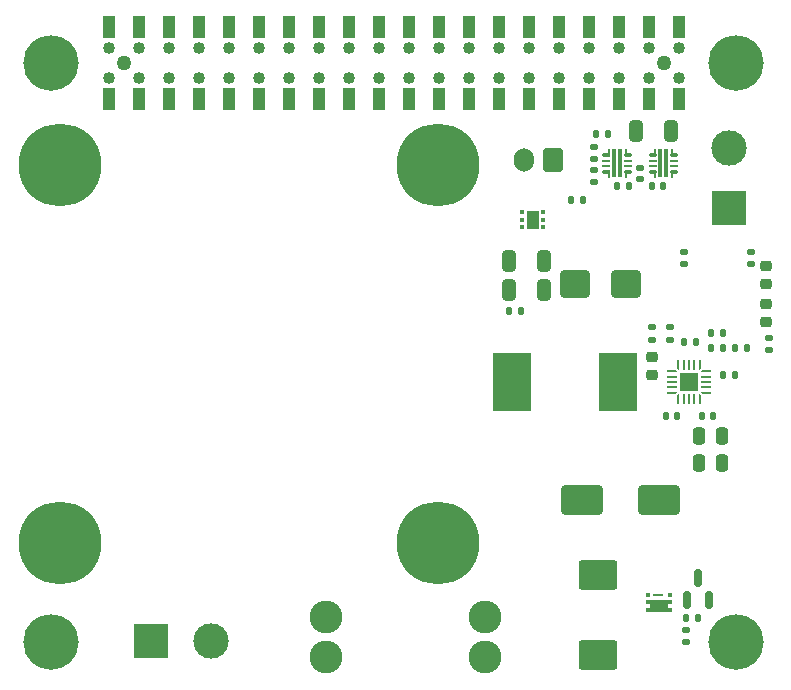
<source format=gbr>
%TF.GenerationSoftware,KiCad,Pcbnew,8.0.6*%
%TF.CreationDate,2024-12-15T12:06:58-06:00*%
%TF.ProjectId,ElectriPi,456c6563-7472-4695-9069-2e6b69636164,rev?*%
%TF.SameCoordinates,PX514cfd0PY31d4590*%
%TF.FileFunction,Soldermask,Top*%
%TF.FilePolarity,Negative*%
%FSLAX46Y46*%
G04 Gerber Fmt 4.6, Leading zero omitted, Abs format (unit mm)*
G04 Created by KiCad (PCBNEW 8.0.6) date 2024-12-15 12:06:58*
%MOMM*%
%LPD*%
G01*
G04 APERTURE LIST*
G04 Aperture macros list*
%AMRoundRect*
0 Rectangle with rounded corners*
0 $1 Rounding radius*
0 $2 $3 $4 $5 $6 $7 $8 $9 X,Y pos of 4 corners*
0 Add a 4 corners polygon primitive as box body*
4,1,4,$2,$3,$4,$5,$6,$7,$8,$9,$2,$3,0*
0 Add four circle primitives for the rounded corners*
1,1,$1+$1,$2,$3*
1,1,$1+$1,$4,$5*
1,1,$1+$1,$6,$7*
1,1,$1+$1,$8,$9*
0 Add four rect primitives between the rounded corners*
20,1,$1+$1,$2,$3,$4,$5,0*
20,1,$1+$1,$4,$5,$6,$7,0*
20,1,$1+$1,$6,$7,$8,$9,0*
20,1,$1+$1,$8,$9,$2,$3,0*%
%AMFreePoly0*
4,1,15,1.100000,0.175000,0.750000,0.175000,0.750000,-0.175000,1.100000,-0.175000,1.100000,-0.475000,0.750000,-0.475000,-0.750000,-0.475000,-1.100000,-0.475000,-1.100000,-0.175000,-0.750000,-0.175000,-0.750000,0.175000,-1.100000,0.175000,-1.100000,0.475000,1.100000,0.475000,1.100000,0.175000,1.100000,0.175000,$1*%
%AMFreePoly1*
4,1,14,0.289644,0.110355,0.410355,-0.010356,0.425000,-0.045711,0.425000,-0.075000,0.410355,-0.110355,0.375000,-0.125000,-0.375000,-0.125000,-0.410355,-0.110355,-0.425000,-0.075000,-0.425000,0.075000,-0.410355,0.110355,-0.375000,0.125000,0.254289,0.125000,0.289644,0.110355,0.289644,0.110355,$1*%
%AMFreePoly2*
4,1,14,0.410355,0.110355,0.425000,0.075000,0.425000,0.045711,0.410355,0.010356,0.289644,-0.110355,0.254289,-0.125000,-0.375000,-0.125000,-0.410355,-0.110355,-0.425000,-0.075000,-0.425000,0.075000,-0.410355,0.110355,-0.375000,0.125000,0.375000,0.125000,0.410355,0.110355,0.410355,0.110355,$1*%
%AMFreePoly3*
4,1,14,0.110355,0.410355,0.125000,0.375000,0.125000,-0.375000,0.110355,-0.410355,0.075000,-0.425000,-0.075000,-0.425000,-0.110355,-0.410355,-0.125000,-0.375000,-0.125000,0.254289,-0.110355,0.289644,0.010356,0.410355,0.045711,0.425000,0.075000,0.425000,0.110355,0.410355,0.110355,0.410355,$1*%
%AMFreePoly4*
4,1,14,-0.010356,0.410355,0.110355,0.289644,0.125000,0.254289,0.125000,-0.375000,0.110355,-0.410355,0.075000,-0.425000,-0.075000,-0.425000,-0.110355,-0.410355,-0.125000,-0.375000,-0.125000,0.375000,-0.110355,0.410355,-0.075000,0.425000,-0.045711,0.425000,-0.010356,0.410355,-0.010356,0.410355,$1*%
%AMFreePoly5*
4,1,14,0.410355,0.110355,0.425000,0.075000,0.425000,-0.075000,0.410355,-0.110355,0.375000,-0.125000,-0.254289,-0.125000,-0.289644,-0.110355,-0.410355,0.010356,-0.425000,0.045711,-0.425000,0.075000,-0.410355,0.110355,-0.375000,0.125000,0.375000,0.125000,0.410355,0.110355,0.410355,0.110355,$1*%
%AMFreePoly6*
4,1,14,0.410355,0.110355,0.425000,0.075000,0.425000,-0.075000,0.410355,-0.110355,0.375000,-0.125000,-0.375000,-0.125000,-0.410355,-0.110355,-0.425000,-0.075000,-0.425000,-0.045711,-0.410355,-0.010356,-0.289644,0.110355,-0.254289,0.125000,0.375000,0.125000,0.410355,0.110355,0.410355,0.110355,$1*%
%AMFreePoly7*
4,1,14,0.110355,0.410355,0.125000,0.375000,0.125000,-0.254289,0.110355,-0.289644,-0.010356,-0.410355,-0.045711,-0.425000,-0.075000,-0.425000,-0.110355,-0.410355,-0.125000,-0.375000,-0.125000,0.375000,-0.110355,0.410355,-0.075000,0.425000,0.075000,0.425000,0.110355,0.410355,0.110355,0.410355,$1*%
%AMFreePoly8*
4,1,14,0.110355,0.410355,0.125000,0.375000,0.125000,-0.375000,0.110355,-0.410355,0.075000,-0.425000,0.045711,-0.425000,0.010356,-0.410355,-0.110355,-0.289644,-0.125000,-0.254289,-0.125000,0.375000,-0.110355,0.410355,-0.075000,0.425000,0.075000,0.425000,0.110355,0.410355,0.110355,0.410355,$1*%
G04 Aperture macros list end*
%ADD10RoundRect,0.135000X-0.135000X-0.185000X0.135000X-0.185000X0.135000X0.185000X-0.135000X0.185000X0*%
%ADD11RoundRect,0.150000X0.150000X-0.587500X0.150000X0.587500X-0.150000X0.587500X-0.150000X-0.587500X0*%
%ADD12RoundRect,0.140000X0.170000X-0.140000X0.170000X0.140000X-0.170000X0.140000X-0.170000X-0.140000X0*%
%ADD13RoundRect,0.140000X0.140000X0.170000X-0.140000X0.170000X-0.140000X-0.170000X0.140000X-0.170000X0*%
%ADD14RoundRect,0.050000X0.250000X-0.100000X0.250000X0.100000X-0.250000X0.100000X-0.250000X-0.100000X0*%
%ADD15RoundRect,0.050000X0.075000X0.275000X-0.075000X0.275000X-0.075000X-0.275000X0.075000X-0.275000X0*%
%ADD16RoundRect,0.050000X0.250000X-0.075000X0.250000X0.075000X-0.250000X0.075000X-0.250000X-0.075000X0*%
%ADD17RoundRect,0.050000X0.100000X-1.150000X0.100000X1.150000X-0.100000X1.150000X-0.100000X-1.150000X0*%
%ADD18RoundRect,0.135000X-0.185000X0.135000X-0.185000X-0.135000X0.185000X-0.135000X0.185000X0.135000X0*%
%ADD19C,4.700000*%
%ADD20RoundRect,0.093750X-0.093750X-0.106250X0.093750X-0.106250X0.093750X0.106250X-0.093750X0.106250X0*%
%ADD21R,1.000000X1.600000*%
%ADD22RoundRect,0.135000X0.135000X0.185000X-0.135000X0.185000X-0.135000X-0.185000X0.135000X-0.185000X0*%
%ADD23R,3.000000X3.000000*%
%ADD24C,3.000000*%
%ADD25RoundRect,0.050000X-0.250000X0.100000X-0.250000X-0.100000X0.250000X-0.100000X0.250000X0.100000X0*%
%ADD26RoundRect,0.050000X-0.075000X-0.275000X0.075000X-0.275000X0.075000X0.275000X-0.075000X0.275000X0*%
%ADD27RoundRect,0.050000X-0.250000X0.075000X-0.250000X-0.075000X0.250000X-0.075000X0.250000X0.075000X0*%
%ADD28RoundRect,0.050000X-0.100000X1.150000X-0.100000X-1.150000X0.100000X-1.150000X0.100000X1.150000X0*%
%ADD29RoundRect,0.225000X0.250000X-0.225000X0.250000X0.225000X-0.250000X0.225000X-0.250000X-0.225000X0*%
%ADD30RoundRect,0.250000X0.325000X0.650000X-0.325000X0.650000X-0.325000X-0.650000X0.325000X-0.650000X0*%
%ADD31FreePoly0,180.000000*%
%ADD32R,0.350000X0.300000*%
%ADD33R,0.870000X0.235000*%
%ADD34RoundRect,0.135000X0.185000X-0.135000X0.185000X0.135000X-0.185000X0.135000X-0.185000X-0.135000X0*%
%ADD35RoundRect,0.250000X-1.400000X-1.000000X1.400000X-1.000000X1.400000X1.000000X-1.400000X1.000000X0*%
%ADD36RoundRect,0.140000X-0.140000X-0.170000X0.140000X-0.170000X0.140000X0.170000X-0.140000X0.170000X0*%
%ADD37RoundRect,0.250000X-0.325000X-0.650000X0.325000X-0.650000X0.325000X0.650000X-0.325000X0.650000X0*%
%ADD38FreePoly1,90.000000*%
%ADD39RoundRect,0.062500X0.062500X-0.362500X0.062500X0.362500X-0.062500X0.362500X-0.062500X-0.362500X0*%
%ADD40FreePoly2,90.000000*%
%ADD41FreePoly3,90.000000*%
%ADD42RoundRect,0.062500X0.362500X-0.062500X0.362500X0.062500X-0.362500X0.062500X-0.362500X-0.062500X0*%
%ADD43FreePoly4,90.000000*%
%ADD44FreePoly5,90.000000*%
%ADD45FreePoly6,90.000000*%
%ADD46FreePoly7,90.000000*%
%ADD47FreePoly8,90.000000*%
%ADD48R,1.600000X1.600000*%
%ADD49C,1.020000*%
%ADD50C,1.270000*%
%ADD51R,1.020000X1.905000*%
%ADD52C,2.780000*%
%ADD53RoundRect,0.250000X1.500000X1.000000X-1.500000X1.000000X-1.500000X-1.000000X1.500000X-1.000000X0*%
%ADD54RoundRect,0.250000X0.600000X0.750000X-0.600000X0.750000X-0.600000X-0.750000X0.600000X-0.750000X0*%
%ADD55O,1.700000X2.000000*%
%ADD56RoundRect,0.250000X-0.250000X-0.475000X0.250000X-0.475000X0.250000X0.475000X-0.250000X0.475000X0*%
%ADD57RoundRect,0.218750X-0.256250X0.218750X-0.256250X-0.218750X0.256250X-0.218750X0.256250X0.218750X0*%
%ADD58C,7.000000*%
%ADD59RoundRect,0.218750X0.256250X-0.218750X0.256250X0.218750X-0.256250X0.218750X-0.256250X-0.218750X0*%
%ADD60R,3.175000X4.950000*%
%ADD61RoundRect,0.250000X1.000000X0.900000X-1.000000X0.900000X-1.000000X-0.900000X1.000000X-0.900000X0*%
G04 APERTURE END LIST*
D10*
%TO.C,R11*%
X59340000Y-27350000D03*
X60360000Y-27350000D03*
%TD*%
D11*
%TO.C,D4*%
X57300000Y-49937500D03*
X59200000Y-49937500D03*
X58250000Y-48062500D03*
%TD*%
D12*
%TO.C,C9*%
X53350000Y-14310000D03*
X53350000Y-13350000D03*
%TD*%
D13*
%TO.C,C8*%
X56480000Y-34400000D03*
X55520000Y-34400000D03*
%TD*%
D14*
%TO.C,U4*%
X56200000Y-13700000D03*
D15*
X56025000Y-13875000D03*
D16*
X56200000Y-13225000D03*
X56200000Y-12775000D03*
D14*
X56200000Y-12300000D03*
D15*
X56025000Y-12125000D03*
D17*
X55550000Y-13000000D03*
X55050000Y-13000000D03*
D15*
X54575000Y-12125000D03*
D14*
X54400000Y-12300000D03*
D16*
X54400000Y-12775000D03*
X54400000Y-13225000D03*
D15*
X54575000Y-13875000D03*
D14*
X54400000Y-13700000D03*
%TD*%
D18*
%TO.C,R13*%
X57100000Y-20490000D03*
X57100000Y-21510000D03*
%TD*%
D19*
%TO.C,H2*%
X3500000Y-4500000D03*
%TD*%
D20*
%TO.C,U3*%
X43362500Y-17100000D03*
X43362500Y-17750000D03*
X43362500Y-18400000D03*
X45137500Y-18400000D03*
X45137500Y-17750000D03*
X45137500Y-17100000D03*
D21*
X44250000Y-17750000D03*
%TD*%
D22*
%TO.C,R10*%
X48510000Y-16100000D03*
X47490000Y-16100000D03*
%TD*%
D23*
%TO.C,J1*%
X11960000Y-53400000D03*
D24*
X17040000Y-53400000D03*
%TD*%
D25*
%TO.C,U1*%
X50500000Y-12300000D03*
D26*
X50675000Y-12125000D03*
D27*
X50500000Y-12775000D03*
X50500000Y-13225000D03*
D25*
X50500000Y-13700000D03*
D26*
X50675000Y-13875000D03*
D28*
X51150000Y-13000000D03*
X51650000Y-13000000D03*
D26*
X52125000Y-13875000D03*
D25*
X52300000Y-13700000D03*
D27*
X52300000Y-13225000D03*
X52300000Y-12775000D03*
D26*
X52125000Y-12125000D03*
D25*
X52300000Y-12300000D03*
%TD*%
D29*
%TO.C,C3*%
X54350000Y-30925000D03*
X54350000Y-29375000D03*
%TD*%
D10*
%TO.C,R14*%
X57090000Y-28100000D03*
X58110000Y-28100000D03*
%TD*%
D30*
%TO.C,C5*%
X45225000Y-21250000D03*
X42275000Y-21250000D03*
%TD*%
D31*
%TO.C,Q1*%
X54925000Y-50475000D03*
D32*
X55850000Y-49500000D03*
D33*
X54885000Y-49500000D03*
D32*
X54000000Y-49500000D03*
%TD*%
D34*
%TO.C,R3*%
X57250000Y-53510000D03*
X57250000Y-52490000D03*
%TD*%
D35*
%TO.C,D1*%
X49750000Y-47850000D03*
X49750000Y-54650000D03*
%TD*%
D10*
%TO.C,R1*%
X61390000Y-28650000D03*
X62410000Y-28650000D03*
%TD*%
D36*
%TO.C,C6*%
X58600000Y-34400000D03*
X59560000Y-34400000D03*
%TD*%
D37*
%TO.C,C12*%
X53025000Y-10250000D03*
X55975000Y-10250000D03*
%TD*%
D34*
%TO.C,R5*%
X55850000Y-27910000D03*
X55850000Y-26890000D03*
%TD*%
D38*
%TO.C,IC2*%
X56600000Y-32950000D03*
D39*
X57050000Y-32950000D03*
X57500000Y-32950000D03*
X57950000Y-32950000D03*
D40*
X58400000Y-32950000D03*
D41*
X58950000Y-32400000D03*
D42*
X58950000Y-31950000D03*
X58950000Y-31500000D03*
X58950000Y-31050000D03*
D43*
X58950000Y-30600000D03*
D44*
X58400000Y-30050000D03*
D39*
X57950000Y-30050000D03*
X57500000Y-30050000D03*
X57050000Y-30050000D03*
D45*
X56600000Y-30050000D03*
D46*
X56050000Y-30600000D03*
D42*
X56050000Y-31050000D03*
X56050000Y-31500000D03*
X56050000Y-31950000D03*
D47*
X56050000Y-32400000D03*
D48*
X57500000Y-31500000D03*
%TD*%
D22*
%TO.C,R12*%
X61360000Y-30900000D03*
X60340000Y-30900000D03*
%TD*%
D49*
%TO.C,J6*%
X8370000Y-5770000D03*
X10910000Y-5770000D03*
X13450000Y-5770000D03*
X15990000Y-5770000D03*
X18530000Y-5770000D03*
X21070000Y-5770000D03*
X23610000Y-5770000D03*
X26150000Y-5770000D03*
X28690000Y-5770000D03*
X31230000Y-5770000D03*
X33770000Y-5770000D03*
X36310000Y-5770000D03*
X38850000Y-5770000D03*
X41390000Y-5770000D03*
X43930000Y-5770000D03*
X46470000Y-5770000D03*
X49010000Y-5770000D03*
X51550000Y-5770000D03*
X54090000Y-5770000D03*
X56630000Y-5770000D03*
D50*
X9640000Y-4500000D03*
X55360000Y-4500000D03*
D49*
X8370000Y-3230000D03*
X10910000Y-3230000D03*
X13450000Y-3230000D03*
X15990000Y-3230000D03*
X18530000Y-3230000D03*
X21070000Y-3230000D03*
X23610000Y-3230000D03*
X26150000Y-3230000D03*
X28690000Y-3230000D03*
X31230000Y-3230000D03*
X33770000Y-3230000D03*
X36310000Y-3230000D03*
X38850000Y-3230000D03*
X41390000Y-3230000D03*
X43930000Y-3230000D03*
X46470000Y-3230000D03*
X49010000Y-3230000D03*
X51550000Y-3230000D03*
X54090000Y-3230000D03*
X56630000Y-3230000D03*
D51*
X8370000Y-7548000D03*
X8370000Y-1452000D03*
X10910000Y-7548000D03*
X10910000Y-1452000D03*
X13450000Y-7548000D03*
X13450000Y-1452000D03*
X15990000Y-7548000D03*
X15990000Y-1452000D03*
X18530000Y-7548000D03*
X18530000Y-1452000D03*
X21070000Y-7548000D03*
X21070000Y-1452000D03*
X23610000Y-7548000D03*
X23610000Y-1452000D03*
X26150000Y-7548000D03*
X26150000Y-1452000D03*
X28690000Y-7548000D03*
X28690000Y-1452000D03*
X31230000Y-7548000D03*
X31230000Y-1452000D03*
X33770000Y-7548000D03*
X33770000Y-1452000D03*
X36310000Y-7548000D03*
X36310000Y-1452000D03*
X38850000Y-7548000D03*
X38850000Y-1452000D03*
X41390000Y-7548000D03*
X41390000Y-1452000D03*
X43930000Y-7548000D03*
X43930000Y-1452000D03*
X46470000Y-7548000D03*
X46470000Y-1452000D03*
X49010000Y-7548000D03*
X49010000Y-1452000D03*
X51550000Y-7548000D03*
X51550000Y-1452000D03*
X54090000Y-7548000D03*
X54090000Y-1452000D03*
X56630000Y-7548000D03*
X56630000Y-1452000D03*
%TD*%
D30*
%TO.C,C4*%
X45225000Y-23750000D03*
X42275000Y-23750000D03*
%TD*%
D13*
%TO.C,C11*%
X55280000Y-14950000D03*
X54320000Y-14950000D03*
%TD*%
D34*
%TO.C,R6*%
X62700000Y-21510000D03*
X62700000Y-20490000D03*
%TD*%
D52*
%TO.C,F1*%
X26740000Y-51400000D03*
X26740000Y-54800000D03*
X40240000Y-51400000D03*
X40240000Y-54800000D03*
%TD*%
D53*
%TO.C,C18*%
X54950000Y-41500000D03*
X48450000Y-41500000D03*
%TD*%
D54*
%TO.C,J3*%
X46000000Y-12700000D03*
D55*
X43500000Y-12700000D03*
%TD*%
D18*
%TO.C,R9*%
X49450000Y-13540000D03*
X49450000Y-14560000D03*
%TD*%
D56*
%TO.C,C1*%
X58350000Y-36100000D03*
X60250000Y-36100000D03*
%TD*%
D18*
%TO.C,R2*%
X49450000Y-11590000D03*
X49450000Y-12610000D03*
%TD*%
D19*
%TO.C,H3*%
X61500000Y-4500000D03*
%TD*%
D13*
%TO.C,C7*%
X43230000Y-25500000D03*
X42270000Y-25500000D03*
%TD*%
D18*
%TO.C,R4*%
X54350000Y-26890000D03*
X54350000Y-27910000D03*
%TD*%
D56*
%TO.C,C2*%
X58350000Y-38350000D03*
X60250000Y-38350000D03*
%TD*%
D57*
%TO.C,D5*%
X64000000Y-24872500D03*
X64000000Y-26447500D03*
%TD*%
D58*
%TO.C,U2*%
X4250000Y-13100000D03*
X36250000Y-13100000D03*
X4250000Y-45100000D03*
X36250000Y-45100000D03*
%TD*%
D36*
%TO.C,C10*%
X51420000Y-14950000D03*
X52380000Y-14950000D03*
%TD*%
D59*
%TO.C,D3*%
X64000000Y-23247500D03*
X64000000Y-21672500D03*
%TD*%
D60*
%TO.C,L1*%
X51507500Y-31500000D03*
X42492500Y-31500000D03*
%TD*%
D18*
%TO.C,R8*%
X64250000Y-27750000D03*
X64250000Y-28770000D03*
%TD*%
D23*
%TO.C,J4*%
X60900000Y-16790000D03*
D24*
X60900000Y-11710000D03*
%TD*%
D19*
%TO.C,H1*%
X61500000Y-53500000D03*
%TD*%
D61*
%TO.C,D2*%
X52150000Y-23250000D03*
X47850000Y-23250000D03*
%TD*%
D19*
%TO.C,H4*%
X3500000Y-53500000D03*
%TD*%
D22*
%TO.C,R15*%
X50610000Y-10550000D03*
X49590000Y-10550000D03*
%TD*%
D36*
%TO.C,C17*%
X57270000Y-51500000D03*
X58230000Y-51500000D03*
%TD*%
D22*
%TO.C,R7*%
X60360000Y-28650000D03*
X59340000Y-28650000D03*
%TD*%
M02*

</source>
